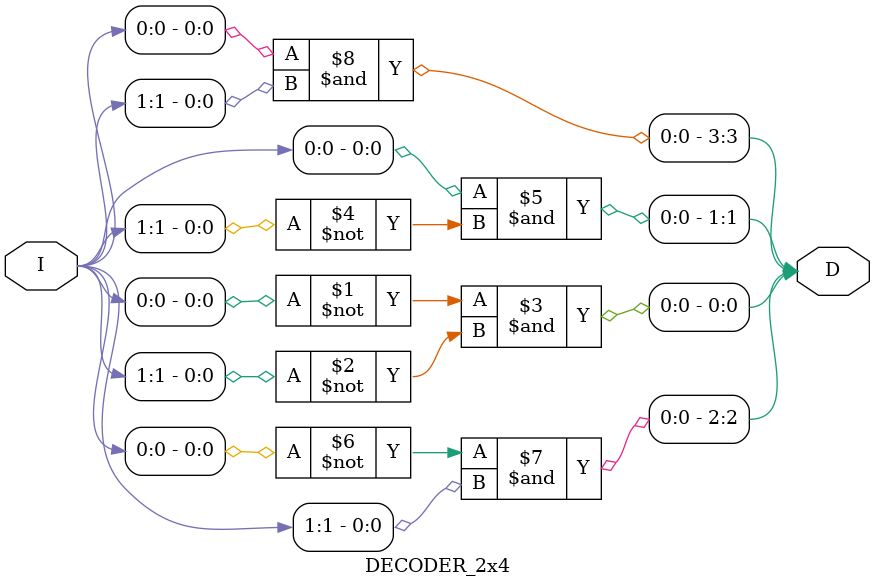
<source format=v>
module TWOSCOMP64(Y,A);
//output list
output [63:0] Y;
//input list
input [63:0] A;

wire [63:0] not_a;
wire CO;

genvar i;
generate
for(i=0; i<64; i=i+1)
begin : inv64_gen_loop
       not not_inst(not_a[i], A[i]);
    end
endgenerate
RC_ADD_SUB_64 add2c_inst1(.Y(Y), .CO(CO), .A(not_a), .B(64'b1), .SnA(1'b0));

endmodule

// 32-bit two's complement
module TWOSCOMP32(Y,A);
//output list
output [31:0] Y;
//input list
input [31:0] A;

wire [31:0] not_a;
wire CO;

INV32_1x1 inv2c_inst(.Y(not_a), .A(A));
RC_ADD_SUB_32 add2c_inst(.Y(Y), .CO(CO), .A(not_a), .B(32'b1), .SnA(1'b0));

endmodule

// 32-bit registere +ve edge, Reset on RESET=0
module REG32(Q, D, LOAD, CLK, RESET);
output [31:0] Q;
wire [31:0] Qbar;

input CLK, LOAD;
input [31:0] D;
input RESET;

genvar i;

generate
for (i=0;i<32;i=i+1)
	begin
	REG1 reg_32b_inst(.Q(Q[i]), .Qbar(Qbar[i]), .D(D[i]), .L(LOAD), .C(CLK), .nP(1'b1), .nR(RESET));
	end
endgenerate
endmodule

// 1 bit register +ve edge, 
// Preset on nP=0, nR=1, reset on nP=1, nR=0;
// Undefined nP=0, nR=0
// normal operation nP=1, nR=1
module REG1(Q, Qbar, D, L, C, nP, nR);
input D, C, L;
input nP, nR;
output Q,Qbar;

wire mux_d;

MUX1_2x1 mux_selectD_inst(.Y(mux_d),.I0(Q), .I1(D), .S(L));
D_FF reg_ff_inst(.Q(Q), .Qbar(Qbar), .D(mux_d), .C(C), .nP(nP), .nR(nR));

endmodule

module REG32_PP(Q, D, LOAD, CLK, RESET);
parameter PATTERN = 32'h00000000;
output [31:0] Q;

input CLK, LOAD;
input [31:0] D;
input RESET;

wire [31:0] qbar;

genvar i;
generate 
for(i=0; i<32; i=i+1)
begin : reg32_gen_loop
if (PATTERN[i] == 0)
REG1 reg_inst(.Q(Q[i]), .Qbar(qbar[i]), .D(D[i]), .L(LOAD), .C(CLK), .nP(1'b1), .nR(RESET)); 
else
REG1 reg_inst(.Q(Q[i]), .Qbar(qbar[i]), .D(D[i]), .L(LOAD), .C(CLK), .nP(RESET), .nR(1'b1));
end 
endgenerate

endmodule

// 1 bit flipflop +ve edge, 
// Preset on nP=0, nR=1, reset on nP=1, nR=0;
// Undefined nP=0, nR=0
// normal operation nP=1, nR=1
module D_FF(Q, Qbar, D, C, nP, nR);
input D, C;
input nP, nR;
output Q,Qbar;

wire Y;
wire Ybar;

D_LATCH dLatch(.Q(Y), .Qbar(Ybar), .D(D), .C(~C), .nP(nP), .nR(nR));
SR_LATCH srLatch(.Q(Q),.Qbar(Qbar), .S(Y), .R(Ybar), .C(C), .nP(nP), .nR(nR));


endmodule

// 1 bit D latch
// Preset on nP=0, nR=1, reset on nP=1, nR=0;
// Undefined nP=0, nR=0
// normal operation nP=1, nR=1
module D_LATCH(Q, Qbar, D, C, nP, nR);
input D, C;
input nP, nR;
output Q,Qbar;

wire nand_d1;
wire nand_d2;

nand nand_inst1(nand_d1, D, C);
nand nand_inst2(nand_d2, ~D, C);
nand nand_inst3(Q, nand_d1, Qbar, nP);
nand nand_inst4(Qbar, nand_d2, Q, nR);


endmodule

// 1 bit SR latch
// Preset on nP=0, nR=1, reset on nP=1, nR=0;
// Undefined nP=0, nR=0
// normal operation nP=1, nR=1
module SR_LATCH(Q,Qbar, S, R, C, nP, nR);
input S, R, C;
input nP, nR;
output Q,Qbar;

wire nand1;
wire nand2;
wire nand3;
wire nand4;
nand nand_inst(nand1, S, C);
nand nand_inst2(nand2, C, R);
nand nand_inst3(Q, nand1, nP, Qbar);
nand nand_inst4(Qbar, nand2, nR, Q);


endmodule

// 5x32 Line decoder
module DECODER_5x32(D,I);
// output
output [31:0] D;
// input
input [4:0] I;

wire [15:0] D4x16;

DECODER_4x16 d_4x16inst(.D(D4x16), .I(I[3:0]));
genvar i;
generate
for (i=0;i<32;i=i+1)
    begin
	if (i < 16)
	    begin
	    and and_d(D[i], D4x16[i], ~I[4]);
	    end
	else
	    and and_d2(D[i], D4x16[i-16], I[4]);
    end
endgenerate

endmodule

// 4x16 Line decoder
module DECODER_4x16(D,I);
// output
output [15:0] D;
// input
input [3:0] I;

wire [7:0] D3x8;

DECODER_3x8 d_3x8inst(.D(D3x8), .I(I[2:0]));

genvar i;
generate
for (i=0;i<16;i=i+1)
    begin
	if (i < 8)
	    begin
	    and and_d(D[i], D3x8[i], ~I[3]);
	    end
	else
	    and and_d2(D[i], D3x8[i-8], I[3]);
    end
endgenerate
      
endmodule

// 3x8 Line decoder
module DECODER_3x8(D,I);
// output
output [7:0] D;
// input
input [2:0] I;

wire [3:0] D1;
DECODER_2x4 d_2x4inst(.D(D1),.I(I[1:0]));

genvar i;
generate
for (i=0;i<8;i=i+1)
    begin
	if (i<4)
	    begin
	    and d_and(D[i], D1[i], ~I[2]);
	    end
	else
	and d_and2(D[i], D1[i-4], I[2]);
    end
endgenerate


endmodule

// 2x4 Line decoder
module DECODER_2x4(D,I);
// output
output [3:0] D;
// input
input [1:0] I;

and d0_and(D[0], ~I[0], ~I[1]);
and d1_and(D[1], I[0], ~I[1]);
and d2_and(D[2], ~I[0], I[1]);
and d3_and(D[3], I[0], I[1]);

endmodule
</source>
